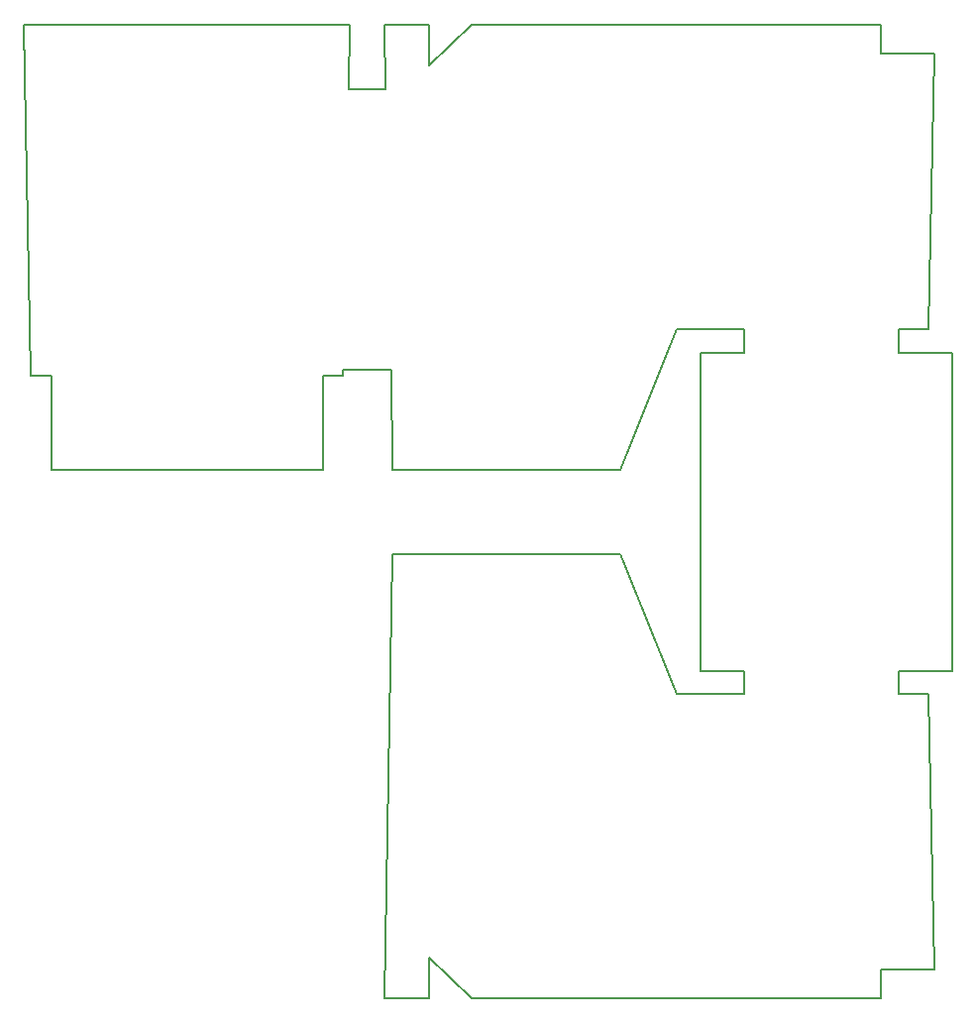
<source format=gm1>
G04 #@! TF.GenerationSoftware,KiCad,Pcbnew,5.0.1+dfsg1-3*
G04 #@! TF.CreationDate,2018-12-09T22:02:06+08:00*
G04 #@! TF.ProjectId,magicbrush,6D6167696362727573682E6B69636164,rev?*
G04 #@! TF.SameCoordinates,Original*
G04 #@! TF.FileFunction,Profile,NP*
%FSLAX46Y46*%
G04 Gerber Fmt 4.6, Leading zero omitted, Abs format (unit mm)*
G04 Created by KiCad (PCBNEW 5.0.1+dfsg1-3) date Sun 09 Dec 2018 10:02:06 PM CST*
%MOMM*%
%LPD*%
G01*
G04 APERTURE LIST*
%ADD10C,0.150000*%
G04 APERTURE END LIST*
D10*
X131350000Y-80300000D02*
X131500000Y-88800000D01*
X127200000Y-80800000D02*
X127200000Y-80300000D01*
X127200000Y-80300000D02*
X131350000Y-80300000D01*
X127700000Y-56350000D02*
X127800000Y-50800000D01*
X130800000Y-50800000D02*
X130900000Y-56350000D01*
X174750000Y-106000000D02*
X179300000Y-106000000D01*
X174750000Y-108000000D02*
X174750000Y-106000000D01*
X177300000Y-108000000D02*
X174750000Y-108000000D01*
X161500000Y-106000000D02*
X157800000Y-106000000D01*
X161500000Y-108000000D02*
X161500000Y-106000000D01*
X155800000Y-108000000D02*
X161500000Y-108000000D01*
X161500000Y-76800000D02*
X155800000Y-76800000D01*
X161500000Y-78800000D02*
X161500000Y-76800000D01*
X157800000Y-78800000D02*
X161500000Y-78800000D01*
X174750000Y-76800000D02*
X177300000Y-76800000D01*
X174750000Y-78800000D02*
X174750000Y-76800000D01*
X179300000Y-78800000D02*
X174750000Y-78800000D01*
X130900000Y-56350000D02*
X127700000Y-56350000D01*
X113900000Y-50800000D02*
X100000000Y-50800000D01*
X150900000Y-96000000D02*
X155800000Y-108000000D01*
X134600000Y-130500000D02*
X138200000Y-134000000D01*
X173200000Y-131500000D02*
X177800000Y-131500000D01*
X130800000Y-134000000D02*
X134600000Y-134000000D01*
X177800000Y-131500000D02*
X177300000Y-108000000D01*
X134600000Y-134000000D02*
X134600000Y-130500000D01*
X130800000Y-134000000D02*
X131500000Y-96000000D01*
X131500000Y-96000000D02*
X150900000Y-96000000D01*
X173200000Y-134000000D02*
X173200000Y-131500000D01*
X138200000Y-134000000D02*
X173200000Y-134000000D01*
X179300000Y-78800000D02*
X179300000Y-106000000D01*
X157800000Y-78800000D02*
X157800000Y-106000000D01*
X173200000Y-53300000D02*
X177800000Y-53300000D01*
X173200000Y-50800000D02*
X173200000Y-53300000D01*
X138200000Y-50800000D02*
X173200000Y-50800000D01*
X134600000Y-54300000D02*
X138200000Y-50800000D01*
X134600000Y-50800000D02*
X134600000Y-54300000D01*
X130800000Y-50800000D02*
X134600000Y-50800000D01*
X150900000Y-88800000D02*
X155800000Y-76800000D01*
X131500000Y-88800000D02*
X150900000Y-88800000D01*
X177800000Y-53300000D02*
X177300000Y-76800000D01*
X125500000Y-80800000D02*
X125500000Y-88800000D01*
X125500000Y-80800000D02*
X127200000Y-80800000D01*
X113900000Y-88800000D02*
X125500000Y-88800000D01*
X100600880Y-80800000D02*
X100000880Y-50800000D01*
X102300880Y-80800000D02*
X100600880Y-80800000D01*
X102300880Y-80800000D02*
X102300880Y-88800000D01*
X113900000Y-50800000D02*
X127800000Y-50800000D01*
X113900880Y-88800000D02*
X102300880Y-88800000D01*
M02*

</source>
